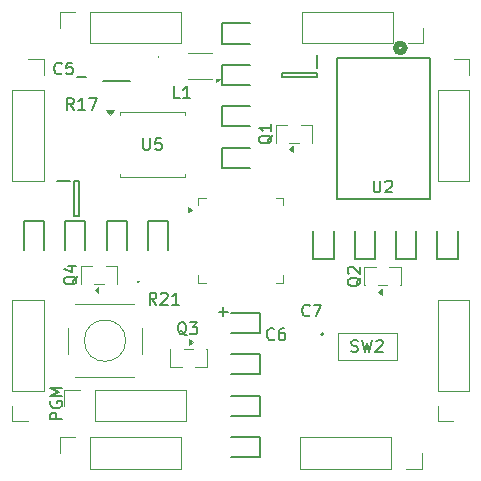
<source format=gbr>
%TF.GenerationSoftware,KiCad,Pcbnew,9.0.6*%
%TF.CreationDate,2025-12-07T19:20:43-08:00*%
%TF.ProjectId,redstone,72656473-746f-46e6-952e-6b696361645f,rev?*%
%TF.SameCoordinates,Original*%
%TF.FileFunction,Legend,Top*%
%TF.FilePolarity,Positive*%
%FSLAX46Y46*%
G04 Gerber Fmt 4.6, Leading zero omitted, Abs format (unit mm)*
G04 Created by KiCad (PCBNEW 9.0.6) date 2025-12-07 19:20:43*
%MOMM*%
%LPD*%
G01*
G04 APERTURE LIST*
%ADD10C,0.150000*%
%ADD11C,0.200000*%
%ADD12C,0.152400*%
%ADD13C,0.508000*%
%ADD14C,0.120000*%
%ADD15C,0.100000*%
G04 APERTURE END LIST*
D10*
X133119048Y-61073866D02*
X133880953Y-61073866D01*
X133500000Y-61454819D02*
X133500000Y-60692914D01*
X119869819Y-70163220D02*
X118869819Y-70163220D01*
X118869819Y-70163220D02*
X118869819Y-69782268D01*
X118869819Y-69782268D02*
X118917438Y-69687030D01*
X118917438Y-69687030D02*
X118965057Y-69639411D01*
X118965057Y-69639411D02*
X119060295Y-69591792D01*
X119060295Y-69591792D02*
X119203152Y-69591792D01*
X119203152Y-69591792D02*
X119298390Y-69639411D01*
X119298390Y-69639411D02*
X119346009Y-69687030D01*
X119346009Y-69687030D02*
X119393628Y-69782268D01*
X119393628Y-69782268D02*
X119393628Y-70163220D01*
X118917438Y-68639411D02*
X118869819Y-68734649D01*
X118869819Y-68734649D02*
X118869819Y-68877506D01*
X118869819Y-68877506D02*
X118917438Y-69020363D01*
X118917438Y-69020363D02*
X119012676Y-69115601D01*
X119012676Y-69115601D02*
X119107914Y-69163220D01*
X119107914Y-69163220D02*
X119298390Y-69210839D01*
X119298390Y-69210839D02*
X119441247Y-69210839D01*
X119441247Y-69210839D02*
X119631723Y-69163220D01*
X119631723Y-69163220D02*
X119726961Y-69115601D01*
X119726961Y-69115601D02*
X119822200Y-69020363D01*
X119822200Y-69020363D02*
X119869819Y-68877506D01*
X119869819Y-68877506D02*
X119869819Y-68782268D01*
X119869819Y-68782268D02*
X119822200Y-68639411D01*
X119822200Y-68639411D02*
X119774580Y-68591792D01*
X119774580Y-68591792D02*
X119441247Y-68591792D01*
X119441247Y-68591792D02*
X119441247Y-68782268D01*
X119869819Y-68163220D02*
X118869819Y-68163220D01*
X118869819Y-68163220D02*
X119584104Y-67829887D01*
X119584104Y-67829887D02*
X118869819Y-67496554D01*
X118869819Y-67496554D02*
X119869819Y-67496554D01*
X146238095Y-49954819D02*
X146238095Y-50764342D01*
X146238095Y-50764342D02*
X146285714Y-50859580D01*
X146285714Y-50859580D02*
X146333333Y-50907200D01*
X146333333Y-50907200D02*
X146428571Y-50954819D01*
X146428571Y-50954819D02*
X146619047Y-50954819D01*
X146619047Y-50954819D02*
X146714285Y-50907200D01*
X146714285Y-50907200D02*
X146761904Y-50859580D01*
X146761904Y-50859580D02*
X146809523Y-50764342D01*
X146809523Y-50764342D02*
X146809523Y-49954819D01*
X147238095Y-50050057D02*
X147285714Y-50002438D01*
X147285714Y-50002438D02*
X147380952Y-49954819D01*
X147380952Y-49954819D02*
X147619047Y-49954819D01*
X147619047Y-49954819D02*
X147714285Y-50002438D01*
X147714285Y-50002438D02*
X147761904Y-50050057D01*
X147761904Y-50050057D02*
X147809523Y-50145295D01*
X147809523Y-50145295D02*
X147809523Y-50240533D01*
X147809523Y-50240533D02*
X147761904Y-50383390D01*
X147761904Y-50383390D02*
X147190476Y-50954819D01*
X147190476Y-50954819D02*
X147809523Y-50954819D01*
X130404761Y-63050057D02*
X130309523Y-63002438D01*
X130309523Y-63002438D02*
X130214285Y-62907200D01*
X130214285Y-62907200D02*
X130071428Y-62764342D01*
X130071428Y-62764342D02*
X129976190Y-62716723D01*
X129976190Y-62716723D02*
X129880952Y-62716723D01*
X129928571Y-62954819D02*
X129833333Y-62907200D01*
X129833333Y-62907200D02*
X129738095Y-62811961D01*
X129738095Y-62811961D02*
X129690476Y-62621485D01*
X129690476Y-62621485D02*
X129690476Y-62288152D01*
X129690476Y-62288152D02*
X129738095Y-62097676D01*
X129738095Y-62097676D02*
X129833333Y-62002438D01*
X129833333Y-62002438D02*
X129928571Y-61954819D01*
X129928571Y-61954819D02*
X130119047Y-61954819D01*
X130119047Y-61954819D02*
X130214285Y-62002438D01*
X130214285Y-62002438D02*
X130309523Y-62097676D01*
X130309523Y-62097676D02*
X130357142Y-62288152D01*
X130357142Y-62288152D02*
X130357142Y-62621485D01*
X130357142Y-62621485D02*
X130309523Y-62811961D01*
X130309523Y-62811961D02*
X130214285Y-62907200D01*
X130214285Y-62907200D02*
X130119047Y-62954819D01*
X130119047Y-62954819D02*
X129928571Y-62954819D01*
X130690476Y-61954819D02*
X131309523Y-61954819D01*
X131309523Y-61954819D02*
X130976190Y-62335771D01*
X130976190Y-62335771D02*
X131119047Y-62335771D01*
X131119047Y-62335771D02*
X131214285Y-62383390D01*
X131214285Y-62383390D02*
X131261904Y-62431009D01*
X131261904Y-62431009D02*
X131309523Y-62526247D01*
X131309523Y-62526247D02*
X131309523Y-62764342D01*
X131309523Y-62764342D02*
X131261904Y-62859580D01*
X131261904Y-62859580D02*
X131214285Y-62907200D01*
X131214285Y-62907200D02*
X131119047Y-62954819D01*
X131119047Y-62954819D02*
X130833333Y-62954819D01*
X130833333Y-62954819D02*
X130738095Y-62907200D01*
X130738095Y-62907200D02*
X130690476Y-62859580D01*
X145150057Y-58157738D02*
X145102438Y-58252976D01*
X145102438Y-58252976D02*
X145007200Y-58348214D01*
X145007200Y-58348214D02*
X144864342Y-58491071D01*
X144864342Y-58491071D02*
X144816723Y-58586309D01*
X144816723Y-58586309D02*
X144816723Y-58681547D01*
X145054819Y-58633928D02*
X145007200Y-58729166D01*
X145007200Y-58729166D02*
X144911961Y-58824404D01*
X144911961Y-58824404D02*
X144721485Y-58872023D01*
X144721485Y-58872023D02*
X144388152Y-58872023D01*
X144388152Y-58872023D02*
X144197676Y-58824404D01*
X144197676Y-58824404D02*
X144102438Y-58729166D01*
X144102438Y-58729166D02*
X144054819Y-58633928D01*
X144054819Y-58633928D02*
X144054819Y-58443452D01*
X144054819Y-58443452D02*
X144102438Y-58348214D01*
X144102438Y-58348214D02*
X144197676Y-58252976D01*
X144197676Y-58252976D02*
X144388152Y-58205357D01*
X144388152Y-58205357D02*
X144721485Y-58205357D01*
X144721485Y-58205357D02*
X144911961Y-58252976D01*
X144911961Y-58252976D02*
X145007200Y-58348214D01*
X145007200Y-58348214D02*
X145054819Y-58443452D01*
X145054819Y-58443452D02*
X145054819Y-58633928D01*
X144150057Y-57824404D02*
X144102438Y-57776785D01*
X144102438Y-57776785D02*
X144054819Y-57681547D01*
X144054819Y-57681547D02*
X144054819Y-57443452D01*
X144054819Y-57443452D02*
X144102438Y-57348214D01*
X144102438Y-57348214D02*
X144150057Y-57300595D01*
X144150057Y-57300595D02*
X144245295Y-57252976D01*
X144245295Y-57252976D02*
X144340533Y-57252976D01*
X144340533Y-57252976D02*
X144483390Y-57300595D01*
X144483390Y-57300595D02*
X145054819Y-57872023D01*
X145054819Y-57872023D02*
X145054819Y-57252976D01*
X140833333Y-61359580D02*
X140785714Y-61407200D01*
X140785714Y-61407200D02*
X140642857Y-61454819D01*
X140642857Y-61454819D02*
X140547619Y-61454819D01*
X140547619Y-61454819D02*
X140404762Y-61407200D01*
X140404762Y-61407200D02*
X140309524Y-61311961D01*
X140309524Y-61311961D02*
X140261905Y-61216723D01*
X140261905Y-61216723D02*
X140214286Y-61026247D01*
X140214286Y-61026247D02*
X140214286Y-60883390D01*
X140214286Y-60883390D02*
X140261905Y-60692914D01*
X140261905Y-60692914D02*
X140309524Y-60597676D01*
X140309524Y-60597676D02*
X140404762Y-60502438D01*
X140404762Y-60502438D02*
X140547619Y-60454819D01*
X140547619Y-60454819D02*
X140642857Y-60454819D01*
X140642857Y-60454819D02*
X140785714Y-60502438D01*
X140785714Y-60502438D02*
X140833333Y-60550057D01*
X141166667Y-60454819D02*
X141833333Y-60454819D01*
X141833333Y-60454819D02*
X141404762Y-61454819D01*
X129833333Y-42954819D02*
X129357143Y-42954819D01*
X129357143Y-42954819D02*
X129357143Y-41954819D01*
X130690476Y-42954819D02*
X130119048Y-42954819D01*
X130404762Y-42954819D02*
X130404762Y-41954819D01*
X130404762Y-41954819D02*
X130309524Y-42097676D01*
X130309524Y-42097676D02*
X130214286Y-42192914D01*
X130214286Y-42192914D02*
X130119048Y-42240533D01*
X127857142Y-60454819D02*
X127523809Y-59978628D01*
X127285714Y-60454819D02*
X127285714Y-59454819D01*
X127285714Y-59454819D02*
X127666666Y-59454819D01*
X127666666Y-59454819D02*
X127761904Y-59502438D01*
X127761904Y-59502438D02*
X127809523Y-59550057D01*
X127809523Y-59550057D02*
X127857142Y-59645295D01*
X127857142Y-59645295D02*
X127857142Y-59788152D01*
X127857142Y-59788152D02*
X127809523Y-59883390D01*
X127809523Y-59883390D02*
X127761904Y-59931009D01*
X127761904Y-59931009D02*
X127666666Y-59978628D01*
X127666666Y-59978628D02*
X127285714Y-59978628D01*
X128238095Y-59550057D02*
X128285714Y-59502438D01*
X128285714Y-59502438D02*
X128380952Y-59454819D01*
X128380952Y-59454819D02*
X128619047Y-59454819D01*
X128619047Y-59454819D02*
X128714285Y-59502438D01*
X128714285Y-59502438D02*
X128761904Y-59550057D01*
X128761904Y-59550057D02*
X128809523Y-59645295D01*
X128809523Y-59645295D02*
X128809523Y-59740533D01*
X128809523Y-59740533D02*
X128761904Y-59883390D01*
X128761904Y-59883390D02*
X128190476Y-60454819D01*
X128190476Y-60454819D02*
X128809523Y-60454819D01*
X129761904Y-60454819D02*
X129190476Y-60454819D01*
X129476190Y-60454819D02*
X129476190Y-59454819D01*
X129476190Y-59454819D02*
X129380952Y-59597676D01*
X129380952Y-59597676D02*
X129285714Y-59692914D01*
X129285714Y-59692914D02*
X129190476Y-59740533D01*
X121150057Y-58032738D02*
X121102438Y-58127976D01*
X121102438Y-58127976D02*
X121007200Y-58223214D01*
X121007200Y-58223214D02*
X120864342Y-58366071D01*
X120864342Y-58366071D02*
X120816723Y-58461309D01*
X120816723Y-58461309D02*
X120816723Y-58556547D01*
X121054819Y-58508928D02*
X121007200Y-58604166D01*
X121007200Y-58604166D02*
X120911961Y-58699404D01*
X120911961Y-58699404D02*
X120721485Y-58747023D01*
X120721485Y-58747023D02*
X120388152Y-58747023D01*
X120388152Y-58747023D02*
X120197676Y-58699404D01*
X120197676Y-58699404D02*
X120102438Y-58604166D01*
X120102438Y-58604166D02*
X120054819Y-58508928D01*
X120054819Y-58508928D02*
X120054819Y-58318452D01*
X120054819Y-58318452D02*
X120102438Y-58223214D01*
X120102438Y-58223214D02*
X120197676Y-58127976D01*
X120197676Y-58127976D02*
X120388152Y-58080357D01*
X120388152Y-58080357D02*
X120721485Y-58080357D01*
X120721485Y-58080357D02*
X120911961Y-58127976D01*
X120911961Y-58127976D02*
X121007200Y-58223214D01*
X121007200Y-58223214D02*
X121054819Y-58318452D01*
X121054819Y-58318452D02*
X121054819Y-58508928D01*
X120388152Y-57223214D02*
X121054819Y-57223214D01*
X120007200Y-57461309D02*
X120721485Y-57699404D01*
X120721485Y-57699404D02*
X120721485Y-57080357D01*
X119833333Y-40859580D02*
X119785714Y-40907200D01*
X119785714Y-40907200D02*
X119642857Y-40954819D01*
X119642857Y-40954819D02*
X119547619Y-40954819D01*
X119547619Y-40954819D02*
X119404762Y-40907200D01*
X119404762Y-40907200D02*
X119309524Y-40811961D01*
X119309524Y-40811961D02*
X119261905Y-40716723D01*
X119261905Y-40716723D02*
X119214286Y-40526247D01*
X119214286Y-40526247D02*
X119214286Y-40383390D01*
X119214286Y-40383390D02*
X119261905Y-40192914D01*
X119261905Y-40192914D02*
X119309524Y-40097676D01*
X119309524Y-40097676D02*
X119404762Y-40002438D01*
X119404762Y-40002438D02*
X119547619Y-39954819D01*
X119547619Y-39954819D02*
X119642857Y-39954819D01*
X119642857Y-39954819D02*
X119785714Y-40002438D01*
X119785714Y-40002438D02*
X119833333Y-40050057D01*
X120738095Y-39954819D02*
X120261905Y-39954819D01*
X120261905Y-39954819D02*
X120214286Y-40431009D01*
X120214286Y-40431009D02*
X120261905Y-40383390D01*
X120261905Y-40383390D02*
X120357143Y-40335771D01*
X120357143Y-40335771D02*
X120595238Y-40335771D01*
X120595238Y-40335771D02*
X120690476Y-40383390D01*
X120690476Y-40383390D02*
X120738095Y-40431009D01*
X120738095Y-40431009D02*
X120785714Y-40526247D01*
X120785714Y-40526247D02*
X120785714Y-40764342D01*
X120785714Y-40764342D02*
X120738095Y-40859580D01*
X120738095Y-40859580D02*
X120690476Y-40907200D01*
X120690476Y-40907200D02*
X120595238Y-40954819D01*
X120595238Y-40954819D02*
X120357143Y-40954819D01*
X120357143Y-40954819D02*
X120261905Y-40907200D01*
X120261905Y-40907200D02*
X120214286Y-40859580D01*
X120857142Y-43954819D02*
X120523809Y-43478628D01*
X120285714Y-43954819D02*
X120285714Y-42954819D01*
X120285714Y-42954819D02*
X120666666Y-42954819D01*
X120666666Y-42954819D02*
X120761904Y-43002438D01*
X120761904Y-43002438D02*
X120809523Y-43050057D01*
X120809523Y-43050057D02*
X120857142Y-43145295D01*
X120857142Y-43145295D02*
X120857142Y-43288152D01*
X120857142Y-43288152D02*
X120809523Y-43383390D01*
X120809523Y-43383390D02*
X120761904Y-43431009D01*
X120761904Y-43431009D02*
X120666666Y-43478628D01*
X120666666Y-43478628D02*
X120285714Y-43478628D01*
X121809523Y-43954819D02*
X121238095Y-43954819D01*
X121523809Y-43954819D02*
X121523809Y-42954819D01*
X121523809Y-42954819D02*
X121428571Y-43097676D01*
X121428571Y-43097676D02*
X121333333Y-43192914D01*
X121333333Y-43192914D02*
X121238095Y-43240533D01*
X122142857Y-42954819D02*
X122809523Y-42954819D01*
X122809523Y-42954819D02*
X122380952Y-43954819D01*
X126738095Y-46359819D02*
X126738095Y-47169342D01*
X126738095Y-47169342D02*
X126785714Y-47264580D01*
X126785714Y-47264580D02*
X126833333Y-47312200D01*
X126833333Y-47312200D02*
X126928571Y-47359819D01*
X126928571Y-47359819D02*
X127119047Y-47359819D01*
X127119047Y-47359819D02*
X127214285Y-47312200D01*
X127214285Y-47312200D02*
X127261904Y-47264580D01*
X127261904Y-47264580D02*
X127309523Y-47169342D01*
X127309523Y-47169342D02*
X127309523Y-46359819D01*
X128261904Y-46359819D02*
X127785714Y-46359819D01*
X127785714Y-46359819D02*
X127738095Y-46836009D01*
X127738095Y-46836009D02*
X127785714Y-46788390D01*
X127785714Y-46788390D02*
X127880952Y-46740771D01*
X127880952Y-46740771D02*
X128119047Y-46740771D01*
X128119047Y-46740771D02*
X128214285Y-46788390D01*
X128214285Y-46788390D02*
X128261904Y-46836009D01*
X128261904Y-46836009D02*
X128309523Y-46931247D01*
X128309523Y-46931247D02*
X128309523Y-47169342D01*
X128309523Y-47169342D02*
X128261904Y-47264580D01*
X128261904Y-47264580D02*
X128214285Y-47312200D01*
X128214285Y-47312200D02*
X128119047Y-47359819D01*
X128119047Y-47359819D02*
X127880952Y-47359819D01*
X127880952Y-47359819D02*
X127785714Y-47312200D01*
X127785714Y-47312200D02*
X127738095Y-47264580D01*
X137833333Y-63359580D02*
X137785714Y-63407200D01*
X137785714Y-63407200D02*
X137642857Y-63454819D01*
X137642857Y-63454819D02*
X137547619Y-63454819D01*
X137547619Y-63454819D02*
X137404762Y-63407200D01*
X137404762Y-63407200D02*
X137309524Y-63311961D01*
X137309524Y-63311961D02*
X137261905Y-63216723D01*
X137261905Y-63216723D02*
X137214286Y-63026247D01*
X137214286Y-63026247D02*
X137214286Y-62883390D01*
X137214286Y-62883390D02*
X137261905Y-62692914D01*
X137261905Y-62692914D02*
X137309524Y-62597676D01*
X137309524Y-62597676D02*
X137404762Y-62502438D01*
X137404762Y-62502438D02*
X137547619Y-62454819D01*
X137547619Y-62454819D02*
X137642857Y-62454819D01*
X137642857Y-62454819D02*
X137785714Y-62502438D01*
X137785714Y-62502438D02*
X137833333Y-62550057D01*
X138690476Y-62454819D02*
X138500000Y-62454819D01*
X138500000Y-62454819D02*
X138404762Y-62502438D01*
X138404762Y-62502438D02*
X138357143Y-62550057D01*
X138357143Y-62550057D02*
X138261905Y-62692914D01*
X138261905Y-62692914D02*
X138214286Y-62883390D01*
X138214286Y-62883390D02*
X138214286Y-63264342D01*
X138214286Y-63264342D02*
X138261905Y-63359580D01*
X138261905Y-63359580D02*
X138309524Y-63407200D01*
X138309524Y-63407200D02*
X138404762Y-63454819D01*
X138404762Y-63454819D02*
X138595238Y-63454819D01*
X138595238Y-63454819D02*
X138690476Y-63407200D01*
X138690476Y-63407200D02*
X138738095Y-63359580D01*
X138738095Y-63359580D02*
X138785714Y-63264342D01*
X138785714Y-63264342D02*
X138785714Y-63026247D01*
X138785714Y-63026247D02*
X138738095Y-62931009D01*
X138738095Y-62931009D02*
X138690476Y-62883390D01*
X138690476Y-62883390D02*
X138595238Y-62835771D01*
X138595238Y-62835771D02*
X138404762Y-62835771D01*
X138404762Y-62835771D02*
X138309524Y-62883390D01*
X138309524Y-62883390D02*
X138261905Y-62931009D01*
X138261905Y-62931009D02*
X138214286Y-63026247D01*
X144356667Y-64407200D02*
X144499524Y-64454819D01*
X144499524Y-64454819D02*
X144737619Y-64454819D01*
X144737619Y-64454819D02*
X144832857Y-64407200D01*
X144832857Y-64407200D02*
X144880476Y-64359580D01*
X144880476Y-64359580D02*
X144928095Y-64264342D01*
X144928095Y-64264342D02*
X144928095Y-64169104D01*
X144928095Y-64169104D02*
X144880476Y-64073866D01*
X144880476Y-64073866D02*
X144832857Y-64026247D01*
X144832857Y-64026247D02*
X144737619Y-63978628D01*
X144737619Y-63978628D02*
X144547143Y-63931009D01*
X144547143Y-63931009D02*
X144451905Y-63883390D01*
X144451905Y-63883390D02*
X144404286Y-63835771D01*
X144404286Y-63835771D02*
X144356667Y-63740533D01*
X144356667Y-63740533D02*
X144356667Y-63645295D01*
X144356667Y-63645295D02*
X144404286Y-63550057D01*
X144404286Y-63550057D02*
X144451905Y-63502438D01*
X144451905Y-63502438D02*
X144547143Y-63454819D01*
X144547143Y-63454819D02*
X144785238Y-63454819D01*
X144785238Y-63454819D02*
X144928095Y-63502438D01*
X145261429Y-63454819D02*
X145499524Y-64454819D01*
X145499524Y-64454819D02*
X145690000Y-63740533D01*
X145690000Y-63740533D02*
X145880476Y-64454819D01*
X145880476Y-64454819D02*
X146118572Y-63454819D01*
X146451905Y-63550057D02*
X146499524Y-63502438D01*
X146499524Y-63502438D02*
X146594762Y-63454819D01*
X146594762Y-63454819D02*
X146832857Y-63454819D01*
X146832857Y-63454819D02*
X146928095Y-63502438D01*
X146928095Y-63502438D02*
X146975714Y-63550057D01*
X146975714Y-63550057D02*
X147023333Y-63645295D01*
X147023333Y-63645295D02*
X147023333Y-63740533D01*
X147023333Y-63740533D02*
X146975714Y-63883390D01*
X146975714Y-63883390D02*
X146404286Y-64454819D01*
X146404286Y-64454819D02*
X147023333Y-64454819D01*
X137650057Y-46095238D02*
X137602438Y-46190476D01*
X137602438Y-46190476D02*
X137507200Y-46285714D01*
X137507200Y-46285714D02*
X137364342Y-46428571D01*
X137364342Y-46428571D02*
X137316723Y-46523809D01*
X137316723Y-46523809D02*
X137316723Y-46619047D01*
X137554819Y-46571428D02*
X137507200Y-46666666D01*
X137507200Y-46666666D02*
X137411961Y-46761904D01*
X137411961Y-46761904D02*
X137221485Y-46809523D01*
X137221485Y-46809523D02*
X136888152Y-46809523D01*
X136888152Y-46809523D02*
X136697676Y-46761904D01*
X136697676Y-46761904D02*
X136602438Y-46666666D01*
X136602438Y-46666666D02*
X136554819Y-46571428D01*
X136554819Y-46571428D02*
X136554819Y-46380952D01*
X136554819Y-46380952D02*
X136602438Y-46285714D01*
X136602438Y-46285714D02*
X136697676Y-46190476D01*
X136697676Y-46190476D02*
X136888152Y-46142857D01*
X136888152Y-46142857D02*
X137221485Y-46142857D01*
X137221485Y-46142857D02*
X137411961Y-46190476D01*
X137411961Y-46190476D02*
X137507200Y-46285714D01*
X137507200Y-46285714D02*
X137554819Y-46380952D01*
X137554819Y-46380952D02*
X137554819Y-46571428D01*
X137554819Y-45190476D02*
X137554819Y-45761904D01*
X137554819Y-45476190D02*
X136554819Y-45476190D01*
X136554819Y-45476190D02*
X136697676Y-45571428D01*
X136697676Y-45571428D02*
X136792914Y-45666666D01*
X136792914Y-45666666D02*
X136840533Y-45761904D01*
D11*
%TO.C,D5*%
X151650000Y-54200000D02*
X151650000Y-56625000D01*
X151650000Y-56625000D02*
X153350000Y-56625000D01*
X153350000Y-56625000D02*
X153350000Y-54200000D01*
D12*
%TO.C,U2*%
X143166000Y-39609100D02*
X143166000Y-51470900D01*
X143166000Y-51470900D02*
X151014600Y-51470900D01*
X151014600Y-39609100D02*
X143166000Y-39609100D01*
X151014600Y-51470900D02*
X151014600Y-39609100D01*
D13*
X148881000Y-38720100D02*
G75*
G02*
X148119000Y-38720100I-381000J0D01*
G01*
X148119000Y-38720100D02*
G75*
G02*
X148881000Y-38720100I381000J0D01*
G01*
D11*
%TO.C,D2*%
X133375000Y-40150000D02*
X133375000Y-41850000D01*
X133375000Y-41850000D02*
X135800000Y-41850000D01*
X135800000Y-40150000D02*
X133375000Y-40150000D01*
%TO.C,D4*%
X133375000Y-47150000D02*
X133375000Y-48850000D01*
X133375000Y-48850000D02*
X135800000Y-48850000D01*
X135800000Y-47150000D02*
X133375000Y-47150000D01*
%TO.C,D8*%
X141150000Y-54200000D02*
X141150000Y-56625000D01*
X141150000Y-56625000D02*
X142850000Y-56625000D01*
X142850000Y-56625000D02*
X142850000Y-54200000D01*
%TO.C,D3*%
X133375000Y-43650000D02*
X133375000Y-45350000D01*
X133375000Y-45350000D02*
X135800000Y-45350000D01*
X135800000Y-43650000D02*
X133375000Y-43650000D01*
D14*
%TO.C,Q3*%
X128990000Y-64177500D02*
X129040000Y-64177500D01*
X128990000Y-65697500D02*
X128990000Y-64177500D01*
X129990000Y-65697500D02*
X128990000Y-65697500D01*
X130160000Y-64177500D02*
X130940000Y-64177500D01*
X132060000Y-64177500D02*
X132110000Y-64177500D01*
X132110000Y-64177500D02*
X132110000Y-65697500D01*
X132110000Y-65697500D02*
X131110000Y-65697500D01*
X130930000Y-63637500D02*
X130600000Y-63877500D01*
X130600000Y-63397500D01*
X130930000Y-63637500D01*
G36*
X130930000Y-63637500D02*
G01*
X130600000Y-63877500D01*
X130600000Y-63397500D01*
X130930000Y-63637500D01*
G37*
%TO.C,SW1*%
X120380000Y-64600000D02*
X120380000Y-62400000D01*
X126000000Y-60380000D02*
X121000000Y-60380000D01*
X126000000Y-66620000D02*
X121000000Y-66620000D01*
X126620000Y-62400000D02*
X126620000Y-64600000D01*
X125250000Y-63500000D02*
G75*
G02*
X121750000Y-63500000I-1750000J0D01*
G01*
X121750000Y-63500000D02*
G75*
G02*
X125250000Y-63500000I1750000J0D01*
G01*
%TO.C,U3*%
X132550000Y-39110000D02*
X130550000Y-39110000D01*
X132560000Y-41390000D02*
X130560000Y-41390000D01*
X132920000Y-41600000D02*
X132920000Y-41320000D01*
X133200000Y-41320000D01*
X132920000Y-41600000D01*
G36*
X132920000Y-41600000D02*
G01*
X132920000Y-41320000D01*
X133200000Y-41320000D01*
X132920000Y-41600000D01*
G37*
%TO.C,Q2*%
X145440000Y-57302500D02*
X146440000Y-57302500D01*
X145440000Y-58822500D02*
X145440000Y-57302500D01*
X145490000Y-58822500D02*
X145440000Y-58822500D01*
X147390000Y-58822500D02*
X146610000Y-58822500D01*
X147560000Y-57302500D02*
X148560000Y-57302500D01*
X148560000Y-57302500D02*
X148560000Y-58822500D01*
X148560000Y-58822500D02*
X148510000Y-58822500D01*
X146950000Y-59602500D02*
X146620000Y-59362500D01*
X146950000Y-59122500D01*
X146950000Y-59602500D01*
G36*
X146950000Y-59602500D02*
G01*
X146620000Y-59362500D01*
X146950000Y-59122500D01*
X146950000Y-59602500D01*
G37*
%TO.C,J9*%
X120050000Y-67670000D02*
X121380000Y-67670000D01*
X120050000Y-69000000D02*
X120050000Y-67670000D01*
X122650000Y-67670000D02*
X130330000Y-67670000D01*
X122650000Y-70330000D02*
X122650000Y-67670000D01*
X122650000Y-70330000D02*
X130330000Y-70330000D01*
X130330000Y-70330000D02*
X130330000Y-67670000D01*
%TO.C,J8*%
X115645000Y-67730000D02*
X115645000Y-60050000D01*
X115645000Y-70330000D02*
X115645000Y-69000000D01*
X116975000Y-70330000D02*
X115645000Y-70330000D01*
X118305000Y-60050000D02*
X115645000Y-60050000D01*
X118305000Y-67730000D02*
X115645000Y-67730000D01*
X118305000Y-67730000D02*
X118305000Y-60050000D01*
%TO.C,J4*%
X151670000Y-67730000D02*
X151670000Y-60050000D01*
X151670000Y-70330000D02*
X151670000Y-69000000D01*
X153000000Y-70330000D02*
X151670000Y-70330000D01*
X154330000Y-60050000D02*
X151670000Y-60050000D01*
X154330000Y-67730000D02*
X151670000Y-67730000D01*
X154330000Y-67730000D02*
X154330000Y-60050000D01*
D15*
%TO.C,L1*%
X128000000Y-39400000D02*
X128000000Y-39400000D01*
X128000000Y-39500000D02*
X128000000Y-39500000D01*
X128000000Y-39400000D02*
G75*
G02*
X128000000Y-39500000I0J-50000D01*
G01*
X128000000Y-39500000D02*
G75*
G02*
X128000000Y-39400000I0J50000D01*
G01*
D11*
%TO.C,R21*%
X126350000Y-58500000D02*
G75*
G02*
X126250000Y-58500000I-50000J0D01*
G01*
X126250000Y-58500000D02*
G75*
G02*
X126350000Y-58500000I50000J0D01*
G01*
%TO.C,D1*%
X133375000Y-36650000D02*
X133375000Y-38350000D01*
X133375000Y-38350000D02*
X135800000Y-38350000D01*
X135800000Y-36650000D02*
X133375000Y-36650000D01*
D14*
%TO.C,Q4*%
X121440000Y-57177500D02*
X122440000Y-57177500D01*
X121440000Y-58697500D02*
X121440000Y-57177500D01*
X121490000Y-58697500D02*
X121440000Y-58697500D01*
X123390000Y-58697500D02*
X122610000Y-58697500D01*
X123560000Y-57177500D02*
X124560000Y-57177500D01*
X124560000Y-57177500D02*
X124560000Y-58697500D01*
X124560000Y-58697500D02*
X124510000Y-58697500D01*
X122950000Y-59477500D02*
X122620000Y-59237500D01*
X122950000Y-58997500D01*
X122950000Y-59477500D01*
G36*
X122950000Y-59477500D02*
G01*
X122620000Y-59237500D01*
X122950000Y-58997500D01*
X122950000Y-59477500D01*
G37*
%TO.C,J1*%
X119670000Y-35670000D02*
X121000000Y-35670000D01*
X119670000Y-37000000D02*
X119670000Y-35670000D01*
X122270000Y-35670000D02*
X129950000Y-35670000D01*
X122270000Y-38330000D02*
X122270000Y-35670000D01*
X122270000Y-38330000D02*
X129950000Y-38330000D01*
X129950000Y-38330000D02*
X129950000Y-35670000D01*
D11*
%TO.C,D10*%
X134200000Y-69850000D02*
X136625000Y-69850000D01*
X136625000Y-68150000D02*
X134200000Y-68150000D01*
X136625000Y-69850000D02*
X136625000Y-68150000D01*
%TO.C,C5*%
X121900000Y-41175000D02*
X121100000Y-41175000D01*
%TO.C,D16*%
X127150000Y-53375000D02*
X127150000Y-55800000D01*
X128850000Y-53375000D02*
X127150000Y-53375000D01*
X128850000Y-55800000D02*
X128850000Y-53375000D01*
%TO.C,R17*%
X125650000Y-41500000D02*
X123350000Y-41500000D01*
D14*
%TO.C,J2*%
X140170000Y-35670000D02*
X140170000Y-38330000D01*
X147850000Y-35670000D02*
X140170000Y-35670000D01*
X147850000Y-35670000D02*
X147850000Y-38330000D01*
X147850000Y-38330000D02*
X140170000Y-38330000D01*
X150450000Y-37000000D02*
X150450000Y-38330000D01*
X150450000Y-38330000D02*
X149120000Y-38330000D01*
D11*
%TO.C,D21*%
X119450000Y-49950000D02*
X120550000Y-49950000D01*
X120900000Y-49975000D02*
X121300000Y-49975000D01*
X120900000Y-52925000D02*
X120900000Y-49975000D01*
X121300000Y-49975000D02*
X121300000Y-52925000D01*
X121300000Y-52925000D02*
X120900000Y-52925000D01*
%TO.C,D13*%
X116650000Y-53375000D02*
X116650000Y-55800000D01*
X118350000Y-53375000D02*
X116650000Y-53375000D01*
X118350000Y-55800000D02*
X118350000Y-53375000D01*
%TO.C,D9*%
X134200000Y-73350000D02*
X136625000Y-73350000D01*
X136625000Y-71650000D02*
X134200000Y-71650000D01*
X136625000Y-73350000D02*
X136625000Y-71650000D01*
%TO.C,D12*%
X134200000Y-62850000D02*
X136625000Y-62850000D01*
X136625000Y-61150000D02*
X134200000Y-61150000D01*
X136625000Y-62850000D02*
X136625000Y-61150000D01*
%TO.C,D6*%
X148150000Y-54200000D02*
X148150000Y-56625000D01*
X148150000Y-56625000D02*
X149850000Y-56625000D01*
X149850000Y-56625000D02*
X149850000Y-54200000D01*
%TO.C,D15*%
X123650000Y-53375000D02*
X123650000Y-55800000D01*
X125350000Y-53375000D02*
X123650000Y-53375000D01*
X125350000Y-55800000D02*
X125350000Y-53375000D01*
%TO.C,D11*%
X134200000Y-66350000D02*
X136625000Y-66350000D01*
X136625000Y-64650000D02*
X134200000Y-64650000D01*
X136625000Y-66350000D02*
X136625000Y-64650000D01*
D14*
%TO.C,U5*%
X124740000Y-44145000D02*
X130260000Y-44145000D01*
X124740000Y-44415000D02*
X124740000Y-44145000D01*
X124740000Y-49665000D02*
X124740000Y-49395000D01*
X130260000Y-44145000D02*
X130260000Y-44415000D01*
X130260000Y-49395000D02*
X130260000Y-49665000D01*
X130260000Y-49665000D02*
X124740000Y-49665000D01*
X123910000Y-44405000D02*
X123570000Y-43935000D01*
X124250000Y-43935000D01*
X123910000Y-44405000D01*
G36*
X123910000Y-44405000D02*
G01*
X123570000Y-43935000D01*
X124250000Y-43935000D01*
X123910000Y-44405000D01*
G37*
%TO.C,J6*%
X140050000Y-71695000D02*
X140050000Y-74355000D01*
X147730000Y-71695000D02*
X140050000Y-71695000D01*
X147730000Y-71695000D02*
X147730000Y-74355000D01*
X147730000Y-74355000D02*
X140050000Y-74355000D01*
X150330000Y-73025000D02*
X150330000Y-74355000D01*
X150330000Y-74355000D02*
X149000000Y-74355000D01*
%TO.C,U1*%
X131390000Y-51390000D02*
X132039999Y-51390000D01*
X131390000Y-52039999D02*
X131390000Y-51390000D01*
X131390000Y-58610000D02*
X131390000Y-57960001D01*
X132039999Y-58610000D02*
X131390000Y-58610000D01*
X137960001Y-51390000D02*
X138610000Y-51390000D01*
X138610000Y-51390000D02*
X138610000Y-52039999D01*
X138610000Y-57960001D02*
X138610000Y-58610000D01*
X138610000Y-58610000D02*
X137960001Y-58610000D01*
X130860000Y-52399999D02*
X130530000Y-52640000D01*
X130530000Y-52160000D01*
X130860000Y-52399999D01*
G36*
X130860000Y-52399999D02*
G01*
X130530000Y-52640000D01*
X130530000Y-52160000D01*
X130860000Y-52399999D01*
G37*
%TO.C,J5*%
X119670000Y-71670000D02*
X121000000Y-71670000D01*
X119670000Y-73000000D02*
X119670000Y-71670000D01*
X122270000Y-71670000D02*
X129950000Y-71670000D01*
X122270000Y-74330000D02*
X122270000Y-71670000D01*
X122270000Y-74330000D02*
X129950000Y-74330000D01*
X129950000Y-74330000D02*
X129950000Y-71670000D01*
D11*
%TO.C,D17*%
X138475000Y-40800000D02*
X141425000Y-40800000D01*
X138475000Y-41200000D02*
X138475000Y-40800000D01*
X141425000Y-40800000D02*
X141425000Y-41200000D01*
X141425000Y-41200000D02*
X138475000Y-41200000D01*
X141450000Y-39350000D02*
X141450000Y-40450000D01*
D14*
%TO.C,J7*%
X115670000Y-42270000D02*
X115670000Y-49950000D01*
X115670000Y-42270000D02*
X118330000Y-42270000D01*
X115670000Y-49950000D02*
X118330000Y-49950000D01*
X117000000Y-39670000D02*
X118330000Y-39670000D01*
X118330000Y-39670000D02*
X118330000Y-41000000D01*
X118330000Y-42270000D02*
X118330000Y-49950000D01*
D11*
%TO.C,SW2*%
X141890000Y-62845000D02*
X141890000Y-62845000D01*
X141890000Y-63045000D02*
X141890000Y-63045000D01*
D15*
X143190000Y-62845000D02*
X148190000Y-62845000D01*
X143190000Y-65155000D02*
X143190000Y-62845000D01*
X148190000Y-62845000D02*
X148190000Y-65155000D01*
X148190000Y-65155000D02*
X143190000Y-65155000D01*
D11*
X141890000Y-62845000D02*
G75*
G02*
X141890000Y-63045000I0J-100000D01*
G01*
X141890000Y-63045000D02*
G75*
G02*
X141890000Y-62845000I0J100000D01*
G01*
D14*
%TO.C,Q1*%
X137940000Y-45240000D02*
X138940000Y-45240000D01*
X137940000Y-46760000D02*
X137940000Y-45240000D01*
X137990000Y-46760000D02*
X137940000Y-46760000D01*
X139890000Y-46760000D02*
X139110000Y-46760000D01*
X140060000Y-45240000D02*
X141060000Y-45240000D01*
X141060000Y-45240000D02*
X141060000Y-46760000D01*
X141060000Y-46760000D02*
X141010000Y-46760000D01*
X139450000Y-47540000D02*
X139120000Y-47300000D01*
X139450000Y-47060000D01*
X139450000Y-47540000D01*
G36*
X139450000Y-47540000D02*
G01*
X139120000Y-47300000D01*
X139450000Y-47060000D01*
X139450000Y-47540000D01*
G37*
%TO.C,J3*%
X151695000Y-42270000D02*
X151695000Y-49950000D01*
X151695000Y-42270000D02*
X154355000Y-42270000D01*
X151695000Y-49950000D02*
X154355000Y-49950000D01*
X153025000Y-39670000D02*
X154355000Y-39670000D01*
X154355000Y-39670000D02*
X154355000Y-41000000D01*
X154355000Y-42270000D02*
X154355000Y-49950000D01*
D11*
%TO.C,D14*%
X120150000Y-53375000D02*
X120150000Y-55800000D01*
X121850000Y-53375000D02*
X120150000Y-53375000D01*
X121850000Y-55800000D02*
X121850000Y-53375000D01*
%TO.C,D7*%
X144650000Y-54200000D02*
X144650000Y-56625000D01*
X144650000Y-56625000D02*
X146350000Y-56625000D01*
X146350000Y-56625000D02*
X146350000Y-54200000D01*
%TD*%
M02*

</source>
